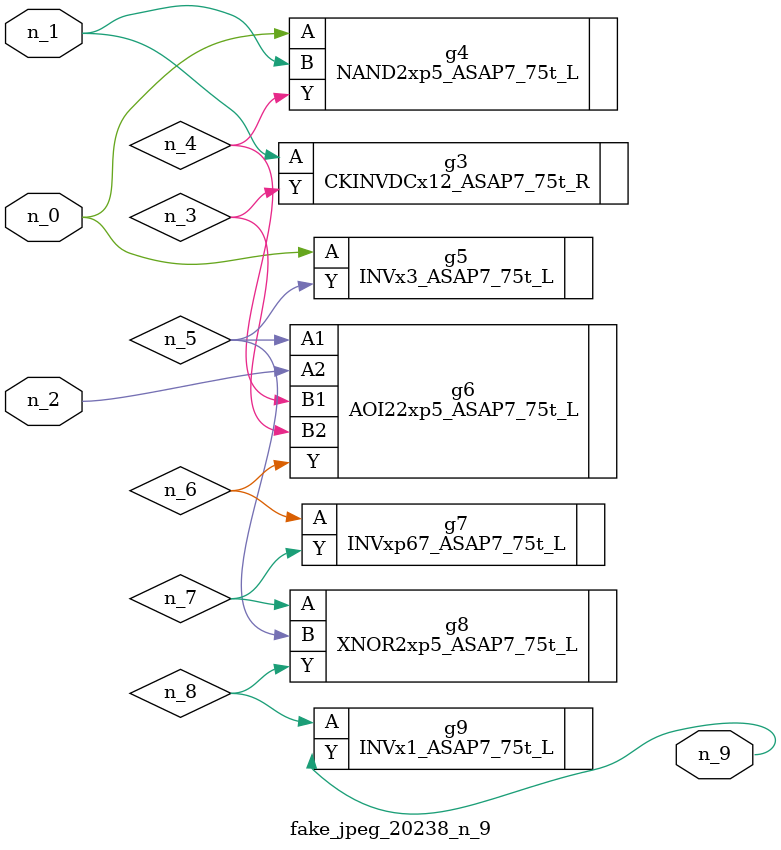
<source format=v>
module fake_jpeg_20238_n_9 (n_0, n_2, n_1, n_9);

input n_0;
input n_2;
input n_1;

output n_9;

wire n_3;
wire n_4;
wire n_8;
wire n_6;
wire n_5;
wire n_7;

CKINVDCx12_ASAP7_75t_R g3 ( 
.A(n_1),
.Y(n_3)
);

NAND2xp5_ASAP7_75t_L g4 ( 
.A(n_0),
.B(n_1),
.Y(n_4)
);

INVx3_ASAP7_75t_L g5 ( 
.A(n_0),
.Y(n_5)
);

AOI22xp5_ASAP7_75t_L g6 ( 
.A1(n_5),
.A2(n_2),
.B1(n_4),
.B2(n_3),
.Y(n_6)
);

INVxp67_ASAP7_75t_L g7 ( 
.A(n_6),
.Y(n_7)
);

XNOR2xp5_ASAP7_75t_L g8 ( 
.A(n_7),
.B(n_5),
.Y(n_8)
);

INVx1_ASAP7_75t_L g9 ( 
.A(n_8),
.Y(n_9)
);


endmodule
</source>
